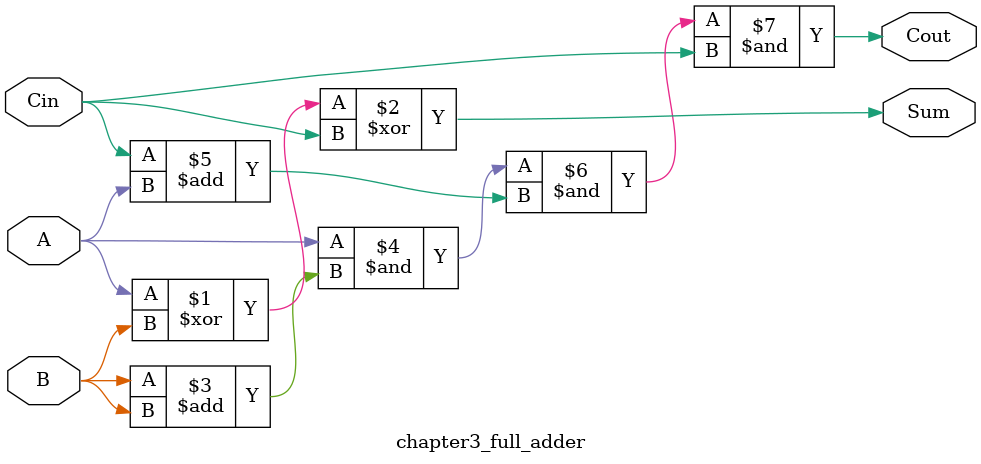
<source format=v>
module chapter3_full_adder (
    input A,B,Cin,
    output Sum,Cout
);   
    assign Sum =A^B^Cin; 
    assign Cout =A&B+B&Cin+A&Cin;
endmodule
</source>
